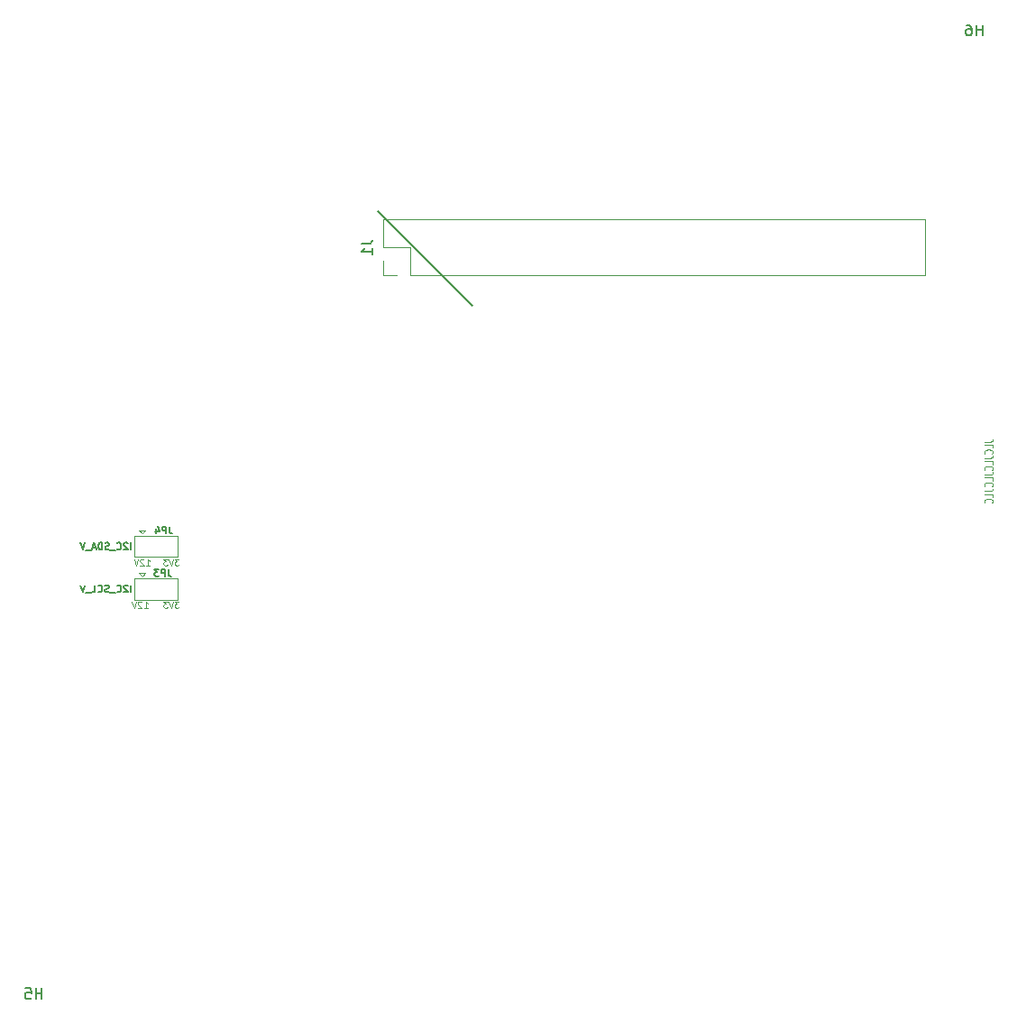
<source format=gbr>
G04 #@! TF.GenerationSoftware,KiCad,Pcbnew,(5.1.5)-3*
G04 #@! TF.CreationDate,2020-03-21T18:00:00+01:00*
G04 #@! TF.ProjectId,fusioncore,66757369-6f6e-4636-9f72-652e6b696361,A*
G04 #@! TF.SameCoordinates,Original*
G04 #@! TF.FileFunction,Legend,Bot*
G04 #@! TF.FilePolarity,Positive*
%FSLAX46Y46*%
G04 Gerber Fmt 4.6, Leading zero omitted, Abs format (unit mm)*
G04 Created by KiCad (PCBNEW (5.1.5)-3) date 2020-03-21 18:00:00*
%MOMM*%
%LPD*%
G04 APERTURE LIST*
%ADD10C,0.090000*%
%ADD11C,0.100000*%
%ADD12C,0.150000*%
%ADD13C,0.120000*%
G04 APERTURE END LIST*
D10*
X63171428Y-98171428D02*
X63514285Y-98171428D01*
X63342857Y-98171428D02*
X63342857Y-97571428D01*
X63400000Y-97657142D01*
X63457142Y-97714285D01*
X63514285Y-97742857D01*
X62942857Y-97628571D02*
X62914285Y-97600000D01*
X62857142Y-97571428D01*
X62714285Y-97571428D01*
X62657142Y-97600000D01*
X62628571Y-97628571D01*
X62600000Y-97685714D01*
X62600000Y-97742857D01*
X62628571Y-97828571D01*
X62971428Y-98171428D01*
X62600000Y-98171428D01*
X62428571Y-97571428D02*
X62228571Y-98171428D01*
X62028571Y-97571428D01*
X66442857Y-97571428D02*
X66071428Y-97571428D01*
X66271428Y-97800000D01*
X66185714Y-97800000D01*
X66128571Y-97828571D01*
X66100000Y-97857142D01*
X66071428Y-97914285D01*
X66071428Y-98057142D01*
X66100000Y-98114285D01*
X66128571Y-98142857D01*
X66185714Y-98171428D01*
X66357142Y-98171428D01*
X66414285Y-98142857D01*
X66442857Y-98114285D01*
X65900000Y-97571428D02*
X65700000Y-98171428D01*
X65500000Y-97571428D01*
X65357142Y-97571428D02*
X64985714Y-97571428D01*
X65185714Y-97800000D01*
X65100000Y-97800000D01*
X65042857Y-97828571D01*
X65014285Y-97857142D01*
X64985714Y-97914285D01*
X64985714Y-98057142D01*
X65014285Y-98114285D01*
X65042857Y-98142857D01*
X65100000Y-98171428D01*
X65271428Y-98171428D01*
X65328571Y-98142857D01*
X65357142Y-98114285D01*
X63371428Y-94171428D02*
X63714285Y-94171428D01*
X63542857Y-94171428D02*
X63542857Y-93571428D01*
X63600000Y-93657142D01*
X63657142Y-93714285D01*
X63714285Y-93742857D01*
X63142857Y-93628571D02*
X63114285Y-93600000D01*
X63057142Y-93571428D01*
X62914285Y-93571428D01*
X62857142Y-93600000D01*
X62828571Y-93628571D01*
X62800000Y-93685714D01*
X62800000Y-93742857D01*
X62828571Y-93828571D01*
X63171428Y-94171428D01*
X62800000Y-94171428D01*
X62628571Y-93571428D02*
X62428571Y-94171428D01*
X62228571Y-93571428D01*
X66442857Y-93571428D02*
X66071428Y-93571428D01*
X66271428Y-93800000D01*
X66185714Y-93800000D01*
X66128571Y-93828571D01*
X66100000Y-93857142D01*
X66071428Y-93914285D01*
X66071428Y-94057142D01*
X66100000Y-94114285D01*
X66128571Y-94142857D01*
X66185714Y-94171428D01*
X66357142Y-94171428D01*
X66414285Y-94142857D01*
X66442857Y-94114285D01*
X65900000Y-93571428D02*
X65700000Y-94171428D01*
X65500000Y-93571428D01*
X65357142Y-93571428D02*
X64985714Y-93571428D01*
X65185714Y-93800000D01*
X65100000Y-93800000D01*
X65042857Y-93828571D01*
X65014285Y-93857142D01*
X64985714Y-93914285D01*
X64985714Y-94057142D01*
X65014285Y-94114285D01*
X65042857Y-94142857D01*
X65100000Y-94171428D01*
X65271428Y-94171428D01*
X65328571Y-94142857D01*
X65357142Y-94114285D01*
D11*
X142055904Y-82572571D02*
X142627333Y-82572571D01*
X142741619Y-82544000D01*
X142817809Y-82486857D01*
X142855904Y-82401142D01*
X142855904Y-82344000D01*
X142855904Y-83144000D02*
X142855904Y-82858285D01*
X142055904Y-82858285D01*
X142779714Y-83686857D02*
X142817809Y-83658285D01*
X142855904Y-83572571D01*
X142855904Y-83515428D01*
X142817809Y-83429714D01*
X142741619Y-83372571D01*
X142665428Y-83344000D01*
X142513047Y-83315428D01*
X142398761Y-83315428D01*
X142246380Y-83344000D01*
X142170190Y-83372571D01*
X142094000Y-83429714D01*
X142055904Y-83515428D01*
X142055904Y-83572571D01*
X142094000Y-83658285D01*
X142132095Y-83686857D01*
X142055904Y-84115428D02*
X142627333Y-84115428D01*
X142741619Y-84086857D01*
X142817809Y-84029714D01*
X142855904Y-83944000D01*
X142855904Y-83886857D01*
X142855904Y-84686857D02*
X142855904Y-84401142D01*
X142055904Y-84401142D01*
X142779714Y-85229714D02*
X142817809Y-85201142D01*
X142855904Y-85115428D01*
X142855904Y-85058285D01*
X142817809Y-84972571D01*
X142741619Y-84915428D01*
X142665428Y-84886857D01*
X142513047Y-84858285D01*
X142398761Y-84858285D01*
X142246380Y-84886857D01*
X142170190Y-84915428D01*
X142094000Y-84972571D01*
X142055904Y-85058285D01*
X142055904Y-85115428D01*
X142094000Y-85201142D01*
X142132095Y-85229714D01*
X142055904Y-85658285D02*
X142627333Y-85658285D01*
X142741619Y-85629714D01*
X142817809Y-85572571D01*
X142855904Y-85486857D01*
X142855904Y-85429714D01*
X142855904Y-86229714D02*
X142855904Y-85944000D01*
X142055904Y-85944000D01*
X142779714Y-86772571D02*
X142817809Y-86744000D01*
X142855904Y-86658285D01*
X142855904Y-86601142D01*
X142817809Y-86515428D01*
X142741619Y-86458285D01*
X142665428Y-86429714D01*
X142513047Y-86401142D01*
X142398761Y-86401142D01*
X142246380Y-86429714D01*
X142170190Y-86458285D01*
X142094000Y-86515428D01*
X142055904Y-86601142D01*
X142055904Y-86658285D01*
X142094000Y-86744000D01*
X142132095Y-86772571D01*
X142055904Y-87201142D02*
X142627333Y-87201142D01*
X142741619Y-87172571D01*
X142817809Y-87115428D01*
X142855904Y-87029714D01*
X142855904Y-86972571D01*
X142855904Y-87772571D02*
X142855904Y-87486857D01*
X142055904Y-87486857D01*
X142779714Y-88315428D02*
X142817809Y-88286857D01*
X142855904Y-88201142D01*
X142855904Y-88144000D01*
X142817809Y-88058285D01*
X142741619Y-88001142D01*
X142665428Y-87972571D01*
X142513047Y-87944000D01*
X142398761Y-87944000D01*
X142246380Y-87972571D01*
X142170190Y-88001142D01*
X142094000Y-88058285D01*
X142055904Y-88144000D01*
X142055904Y-88201142D01*
X142094000Y-88286857D01*
X142132095Y-88315428D01*
D12*
X85090000Y-60960000D02*
X93980000Y-69850000D01*
D13*
G04 #@! TO.C,JP4*
X62250000Y-93400000D02*
X66350000Y-93400000D01*
X66350000Y-93400000D02*
X66350000Y-91400000D01*
X66350000Y-91400000D02*
X62250000Y-91400000D01*
X62250000Y-91400000D02*
X62250000Y-93400000D01*
X63000000Y-91200000D02*
X62700000Y-90900000D01*
X62700000Y-90900000D02*
X63300000Y-90900000D01*
X63000000Y-91200000D02*
X63300000Y-90900000D01*
G04 #@! TO.C,JP3*
X62250000Y-97400000D02*
X66350000Y-97400000D01*
X66350000Y-97400000D02*
X66350000Y-95400000D01*
X66350000Y-95400000D02*
X62250000Y-95400000D01*
X62250000Y-95400000D02*
X62250000Y-97400000D01*
X63000000Y-95200000D02*
X62700000Y-94900000D01*
X62700000Y-94900000D02*
X63300000Y-94900000D01*
X63000000Y-95200000D02*
X63300000Y-94900000D01*
G04 #@! TO.C,J1*
X85590000Y-61720000D02*
X85590000Y-64320000D01*
X85590000Y-61720000D02*
X136510000Y-61720000D01*
X136510000Y-61720000D02*
X136510000Y-66920000D01*
X88190000Y-66920000D02*
X136510000Y-66920000D01*
X88190000Y-64320000D02*
X88190000Y-66920000D01*
X85590000Y-64320000D02*
X88190000Y-64320000D01*
X85590000Y-66920000D02*
X86920000Y-66920000D01*
X85590000Y-65590000D02*
X85590000Y-66920000D01*
G04 #@! TD*
G04 #@! TO.C,JP4*
D12*
X65541666Y-90544047D02*
X65541666Y-91008333D01*
X65572619Y-91101190D01*
X65634523Y-91163095D01*
X65727380Y-91194047D01*
X65789285Y-91194047D01*
X65232142Y-91194047D02*
X65232142Y-90544047D01*
X64984523Y-90544047D01*
X64922619Y-90575000D01*
X64891666Y-90605952D01*
X64860714Y-90667857D01*
X64860714Y-90760714D01*
X64891666Y-90822619D01*
X64922619Y-90853571D01*
X64984523Y-90884523D01*
X65232142Y-90884523D01*
X64303571Y-90760714D02*
X64303571Y-91194047D01*
X64458333Y-90513095D02*
X64613095Y-90977380D01*
X64210714Y-90977380D01*
X61921428Y-92694047D02*
X61921428Y-92044047D01*
X61642857Y-92105952D02*
X61611904Y-92075000D01*
X61550000Y-92044047D01*
X61395238Y-92044047D01*
X61333333Y-92075000D01*
X61302380Y-92105952D01*
X61271428Y-92167857D01*
X61271428Y-92229761D01*
X61302380Y-92322619D01*
X61673809Y-92694047D01*
X61271428Y-92694047D01*
X60621428Y-92632142D02*
X60652380Y-92663095D01*
X60745238Y-92694047D01*
X60807142Y-92694047D01*
X60900000Y-92663095D01*
X60961904Y-92601190D01*
X60992857Y-92539285D01*
X61023809Y-92415476D01*
X61023809Y-92322619D01*
X60992857Y-92198809D01*
X60961904Y-92136904D01*
X60900000Y-92075000D01*
X60807142Y-92044047D01*
X60745238Y-92044047D01*
X60652380Y-92075000D01*
X60621428Y-92105952D01*
X60497619Y-92755952D02*
X60002380Y-92755952D01*
X59878571Y-92663095D02*
X59785714Y-92694047D01*
X59630952Y-92694047D01*
X59569047Y-92663095D01*
X59538095Y-92632142D01*
X59507142Y-92570238D01*
X59507142Y-92508333D01*
X59538095Y-92446428D01*
X59569047Y-92415476D01*
X59630952Y-92384523D01*
X59754761Y-92353571D01*
X59816666Y-92322619D01*
X59847619Y-92291666D01*
X59878571Y-92229761D01*
X59878571Y-92167857D01*
X59847619Y-92105952D01*
X59816666Y-92075000D01*
X59754761Y-92044047D01*
X59600000Y-92044047D01*
X59507142Y-92075000D01*
X59228571Y-92694047D02*
X59228571Y-92044047D01*
X59073809Y-92044047D01*
X58980952Y-92075000D01*
X58919047Y-92136904D01*
X58888095Y-92198809D01*
X58857142Y-92322619D01*
X58857142Y-92415476D01*
X58888095Y-92539285D01*
X58919047Y-92601190D01*
X58980952Y-92663095D01*
X59073809Y-92694047D01*
X59228571Y-92694047D01*
X58609523Y-92508333D02*
X58300000Y-92508333D01*
X58671428Y-92694047D02*
X58454761Y-92044047D01*
X58238095Y-92694047D01*
X58176190Y-92755952D02*
X57680952Y-92755952D01*
X57619047Y-92044047D02*
X57402380Y-92694047D01*
X57185714Y-92044047D01*
G04 #@! TO.C,JP3*
X65441666Y-94544047D02*
X65441666Y-95008333D01*
X65472619Y-95101190D01*
X65534523Y-95163095D01*
X65627380Y-95194047D01*
X65689285Y-95194047D01*
X65132142Y-95194047D02*
X65132142Y-94544047D01*
X64884523Y-94544047D01*
X64822619Y-94575000D01*
X64791666Y-94605952D01*
X64760714Y-94667857D01*
X64760714Y-94760714D01*
X64791666Y-94822619D01*
X64822619Y-94853571D01*
X64884523Y-94884523D01*
X65132142Y-94884523D01*
X64544047Y-94544047D02*
X64141666Y-94544047D01*
X64358333Y-94791666D01*
X64265476Y-94791666D01*
X64203571Y-94822619D01*
X64172619Y-94853571D01*
X64141666Y-94915476D01*
X64141666Y-95070238D01*
X64172619Y-95132142D01*
X64203571Y-95163095D01*
X64265476Y-95194047D01*
X64451190Y-95194047D01*
X64513095Y-95163095D01*
X64544047Y-95132142D01*
X61905952Y-96694047D02*
X61905952Y-96044047D01*
X61627380Y-96105952D02*
X61596428Y-96075000D01*
X61534523Y-96044047D01*
X61379761Y-96044047D01*
X61317857Y-96075000D01*
X61286904Y-96105952D01*
X61255952Y-96167857D01*
X61255952Y-96229761D01*
X61286904Y-96322619D01*
X61658333Y-96694047D01*
X61255952Y-96694047D01*
X60605952Y-96632142D02*
X60636904Y-96663095D01*
X60729761Y-96694047D01*
X60791666Y-96694047D01*
X60884523Y-96663095D01*
X60946428Y-96601190D01*
X60977380Y-96539285D01*
X61008333Y-96415476D01*
X61008333Y-96322619D01*
X60977380Y-96198809D01*
X60946428Y-96136904D01*
X60884523Y-96075000D01*
X60791666Y-96044047D01*
X60729761Y-96044047D01*
X60636904Y-96075000D01*
X60605952Y-96105952D01*
X60482142Y-96755952D02*
X59986904Y-96755952D01*
X59863095Y-96663095D02*
X59770238Y-96694047D01*
X59615476Y-96694047D01*
X59553571Y-96663095D01*
X59522619Y-96632142D01*
X59491666Y-96570238D01*
X59491666Y-96508333D01*
X59522619Y-96446428D01*
X59553571Y-96415476D01*
X59615476Y-96384523D01*
X59739285Y-96353571D01*
X59801190Y-96322619D01*
X59832142Y-96291666D01*
X59863095Y-96229761D01*
X59863095Y-96167857D01*
X59832142Y-96105952D01*
X59801190Y-96075000D01*
X59739285Y-96044047D01*
X59584523Y-96044047D01*
X59491666Y-96075000D01*
X58841666Y-96632142D02*
X58872619Y-96663095D01*
X58965476Y-96694047D01*
X59027380Y-96694047D01*
X59120238Y-96663095D01*
X59182142Y-96601190D01*
X59213095Y-96539285D01*
X59244047Y-96415476D01*
X59244047Y-96322619D01*
X59213095Y-96198809D01*
X59182142Y-96136904D01*
X59120238Y-96075000D01*
X59027380Y-96044047D01*
X58965476Y-96044047D01*
X58872619Y-96075000D01*
X58841666Y-96105952D01*
X58253571Y-96694047D02*
X58563095Y-96694047D01*
X58563095Y-96044047D01*
X58191666Y-96755952D02*
X57696428Y-96755952D01*
X57634523Y-96044047D02*
X57417857Y-96694047D01*
X57201190Y-96044047D01*
G04 #@! TO.C,H5*
X53561904Y-134852380D02*
X53561904Y-133852380D01*
X53561904Y-134328571D02*
X52990476Y-134328571D01*
X52990476Y-134852380D02*
X52990476Y-133852380D01*
X52038095Y-133852380D02*
X52514285Y-133852380D01*
X52561904Y-134328571D01*
X52514285Y-134280952D01*
X52419047Y-134233333D01*
X52180952Y-134233333D01*
X52085714Y-134280952D01*
X52038095Y-134328571D01*
X51990476Y-134423809D01*
X51990476Y-134661904D01*
X52038095Y-134757142D01*
X52085714Y-134804761D01*
X52180952Y-134852380D01*
X52419047Y-134852380D01*
X52514285Y-134804761D01*
X52561904Y-134757142D01*
G04 #@! TO.C,H6*
X141890704Y-44452380D02*
X141890704Y-43452380D01*
X141890704Y-43928571D02*
X141319276Y-43928571D01*
X141319276Y-44452380D02*
X141319276Y-43452380D01*
X140414514Y-43452380D02*
X140604990Y-43452380D01*
X140700228Y-43500000D01*
X140747847Y-43547619D01*
X140843085Y-43690476D01*
X140890704Y-43880952D01*
X140890704Y-44261904D01*
X140843085Y-44357142D01*
X140795466Y-44404761D01*
X140700228Y-44452380D01*
X140509752Y-44452380D01*
X140414514Y-44404761D01*
X140366895Y-44357142D01*
X140319276Y-44261904D01*
X140319276Y-44023809D01*
X140366895Y-43928571D01*
X140414514Y-43880952D01*
X140509752Y-43833333D01*
X140700228Y-43833333D01*
X140795466Y-43880952D01*
X140843085Y-43928571D01*
X140890704Y-44023809D01*
G04 #@! TO.C,J1*
X83602380Y-63986666D02*
X84316666Y-63986666D01*
X84459523Y-63939047D01*
X84554761Y-63843809D01*
X84602380Y-63700952D01*
X84602380Y-63605714D01*
X84602380Y-64986666D02*
X84602380Y-64415238D01*
X84602380Y-64700952D02*
X83602380Y-64700952D01*
X83745238Y-64605714D01*
X83840476Y-64510476D01*
X83888095Y-64415238D01*
G04 #@! TD*
M02*

</source>
